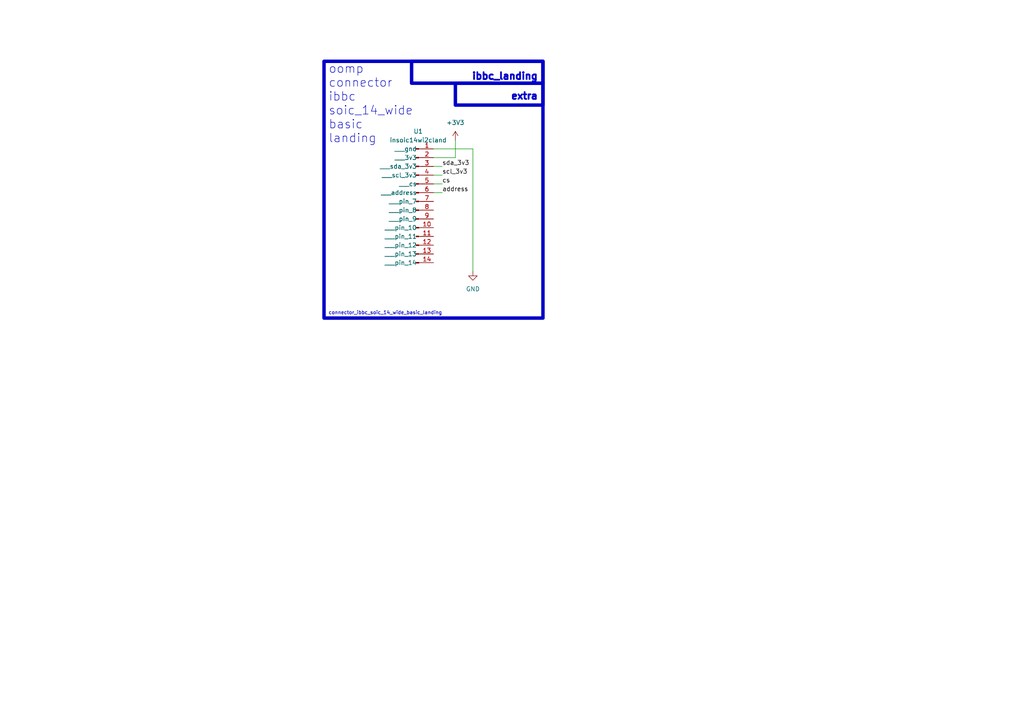
<source format=kicad_sch>
(kicad_sch (version 20230121) (generator eeschema)
  (paper "A4")
  (lib_symbols
    (symbol "oomlout_oomp_part_symbols:insoic14wi2cland_electronic_interposer_soic_14_wide_i2c_landing" (pin_names (offset 1.016))
      (property "Reference" "U" (at 0 17.78 0))
      (property "Value" "insoic14wi2cland_electronic_interposer_soic_14_wide_i2c_landing" (at 0 -20.32 0))
      (symbol "insoic14wi2cland_electronic_interposer_soic_14_wide_i2c_landing_1_1"
        (polyline (pts (xy 1.27 -17.78) (xy 0.8636 -17.78)) (stroke (width 0.1524)))
        (polyline (pts (xy 1.27 -15.24) (xy 0.8636 -15.24)) (stroke (width 0.1524)))
        (polyline (pts (xy 1.27 -12.7) (xy 0.8636 -12.7)) (stroke (width 0.1524)))
        (polyline (pts (xy 1.27 -10.16) (xy 0.8636 -10.16)) (stroke (width 0.1524)))
        (polyline (pts (xy 1.27 -7.62) (xy 0.8636 -7.62)) (stroke (width 0.1524)))
        (polyline (pts (xy 1.27 -5.08) (xy 0.8636 -5.08)) (stroke (width 0.1524)))
        (polyline (pts (xy 1.27 -2.54) (xy 0.8636 -2.54)) (stroke (width 0.1524)))
        (polyline (pts (xy 1.27 0) (xy 0.8636 0)) (stroke (width 0.1524)))
        (polyline (pts (xy 1.27 2.54) (xy 0.8636 2.54)) (stroke (width 0.1524)))
        (polyline (pts (xy 1.27 5.08) (xy 0.8636 5.08)) (stroke (width 0.1524)))
        (polyline (pts (xy 1.27 7.62) (xy 0.8636 7.62)) (stroke (width 0.1524)))
        (polyline (pts (xy 1.27 10.16) (xy 0.8636 10.16)) (stroke (width 0.1524)))
        (polyline (pts (xy 1.27 12.7) (xy 0.8636 12.7)) (stroke (width 0.1524)))
        (polyline (pts (xy 1.27 15.24) (xy 0.8636 15.24)) (stroke (width 0.1524)))
        (rectangle (start 0.8636 -17.653) (end 0 -17.907) (stroke (width 0.1524)) (fill (type outline)))
        (rectangle (start 0.8636 -15.113) (end 0 -15.367) (stroke (width 0.1524)) (fill (type outline)))
        (rectangle (start 0.8636 -12.573) (end 0 -12.827) (stroke (width 0.1524)) (fill (type outline)))
        (rectangle (start 0.8636 -10.033) (end 0 -10.287) (stroke (width 0.1524)) (fill (type outline)))
        (rectangle (start 0.8636 -7.493) (end 0 -7.747) (stroke (width 0.1524)) (fill (type outline)))
        (rectangle (start 0.8636 -4.953) (end 0 -5.207) (stroke (width 0.1524)) (fill (type outline)))
        (rectangle (start 0.8636 -2.413) (end 0 -2.667) (stroke (width 0.1524)) (fill (type outline)))
        (rectangle (start 0.8636 0.127) (end 0 -0.127) (stroke (width 0.1524)) (fill (type outline)))
        (rectangle (start 0.8636 2.667) (end 0 2.413) (stroke (width 0.1524)) (fill (type outline)))
        (rectangle (start 0.8636 5.207) (end 0 4.953) (stroke (width 0.1524)) (fill (type outline)))
        (rectangle (start 0.8636 7.747) (end 0 7.493) (stroke (width 0.1524)) (fill (type outline)))
        (rectangle (start 0.8636 10.287) (end 0 10.033) (stroke (width 0.1524)) (fill (type outline)))
        (rectangle (start 0.8636 12.827) (end 0 12.573) (stroke (width 0.1524)) (fill (type outline)))
        (rectangle (start 0.8636 15.367) (end 0 15.113) (stroke (width 0.1524)) (fill (type outline)))
        (pin passive line (at 5.08 15.24 180) (length 3.81) (name "___gnd") (number "1"))
        (pin passive line (at 5.08 -7.62 180) (length 3.81) (name "___pin_10") (number "10"))
        (pin passive line (at 5.08 -10.16 180) (length 3.81) (name "___pin_11") (number "11"))
        (pin passive line (at 5.08 -12.7 180) (length 3.81) (name "___pin_12") (number "12"))
        (pin passive line (at 5.08 -15.24 180) (length 3.81) (name "___pin_13") (number "13"))
        (pin passive line (at 5.08 -17.78 180) (length 3.81) (name "___pin_14") (number "14"))
        (pin passive line (at 5.08 12.7 180) (length 3.81) (name "___3v3") (number "2"))
        (pin passive line (at 5.08 10.16 180) (length 3.81) (name "___sda_3v3") (number "3"))
        (pin passive line (at 5.08 7.62 180) (length 3.81) (name "___scl_3v3") (number "4"))
        (pin passive line (at 5.08 5.08 180) (length 3.81) (name "___cs") (number "5"))
        (pin passive line (at 5.08 2.54 180) (length 3.81) (name "___address") (number "6"))
        (pin passive line (at 5.08 0 180) (length 3.81) (name "___pin_7") (number "7"))
        (pin passive line (at 5.08 -2.54 180) (length 3.81) (name "___pin_8") (number "8"))
        (pin passive line (at 5.08 -5.08 180) (length 3.81) (name "___pin_9") (number "9"))
      )
    )
    (symbol "power:+3V3" (power) (pin_names (offset 0))
      (property "Value" "+3V3" (at 0 3.556 0))
      (symbol "+3V3_0_1"
        (polyline (pts (xy -0.762 1.27) (xy 0 2.54)))
        (polyline (pts (xy 0 0) (xy 0 2.54)))
        (polyline (pts (xy 0 2.54) (xy 0.762 1.27)))
      )
      (symbol "+3V3_1_1"
        (pin power_in line (at 0 0 90) (length 0) hide (name "+3V3") (number "1"))
      )
    )
    (symbol "power:GND" (power) (pin_names (offset 0))
      (property "Value" "GND" (at 0 -3.81 0))
      (symbol "GND_0_1"
        (polyline (pts (xy 0 0) (xy 0 -1.27) (xy 1.27 -1.27) (xy 0 -2.54) (xy -1.27 -1.27) (xy 0 -1.27)))
      )
      (symbol "GND_1_1"
        (pin power_in line (at 0 0 270) (length 0) hide (name "GND") (number "1"))
      )
    )
  )
  (wire (pts (xy 125.73 43.18) (xy 137.16 43.18)))
  (wire (pts (xy 132.08 45.72) (xy 132.08 40.64)))
  (wire (pts (xy 125.73 50.8) (xy 128.27 50.8)))
  (wire (pts (xy 125.73 53.34) (xy 128.27 53.34)))
  (wire (pts (xy 125.73 45.72) (xy 132.08 45.72)))
  (wire (pts (xy 125.73 48.26) (xy 128.27 48.26)))
  (wire (pts (xy 137.16 43.18) (xy 137.16 78.74)))
  (wire (pts (xy 125.73 55.88) (xy 128.27 55.88)))
  (rectangle (start 132.08 24.13) (end 157.48 30.48) (stroke (width 1)))
  (rectangle (start 93.98 17.78) (end 157.48 92.2532) (stroke (width 1)))
  (rectangle (start 119.38 17.78) (end 157.48 24.13) (stroke (width 1)))
  (text "connector_ibbc_soic_14_wide_basic_landing" (at 95.25 91.44 0) (effects (font (size 1 1)) (justify left bottom)))
  (text "ibbc_landing\n\n" (at 156.21 26.67 0) (effects (font (size 2 2) (thickness 0.8) bold) (justify right bottom)))
  (text "oomp\nconnector\nibbc\nsoic_14_wide\nbasic\nlanding\n\n" (at 95.25 45.72 0) (effects (font (size 2.5 2.5)) (justify left bottom)))
  (text "extra" (at 156.21 29.21 0) (effects (font (size 2 2) (thickness 0.8) bold) (justify right bottom)))
  (label "cs" (at 128.27 53.34 0))
  (label "address" (at 128.27 55.88 0))
  (label "sda_3v3" (at 128.27 48.26 0))
  (label "scl_3v3" (at 128.27 50.8 0))
  (symbol (lib_id "oomlout_oomp_part_symbols:insoic14wi2cland_electronic_interposer_soic_14_wide_i2c_landing") (at 120.65 58.42 0) (unit 1)
    (property "Reference" "U1" (at 121.285 38.1 0))
    (property "Value" "insoic14wi2cland" (at 121.285 40.64 0))
    (property "Footprint" "oomlout_oomp_part_footprints:insoic14wi2cland_electronic_interposer_soic_14_wide_i2c_landing" (effects hide))
    (property "Datasheet" "https://github.com/oomlout/oomlout_oomp_v3/parts/electronic_interposer_soic_14_wide_i2c_landing/datasheet.pdf" (effects hide))
  )
  (symbol (lib_id "power:GND") (at 137.16 78.74 0) (unit 1)
    (property "Reference" "#PWR06" (effects hide))
    (property "Value" "GND" (at 137.16 83.82 0))
  )
  (symbol (lib_id "power:+3V3") (at 132.08 40.64 0) (unit 1)
    (property "Reference" "#PWR05" (effects hide))
    (property "Value" "+3V3" (at 132.08 35.56 0))
  )
)
</source>
